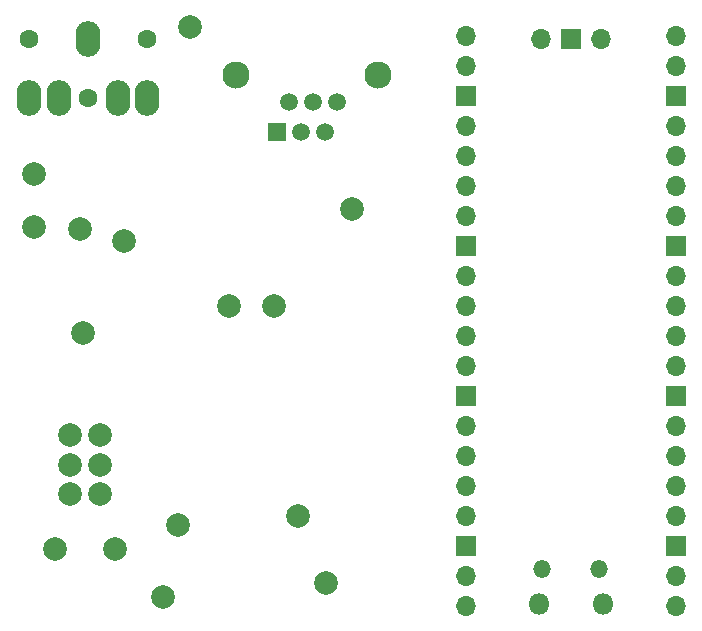
<source format=gbr>
%TF.GenerationSoftware,KiCad,Pcbnew,8.0.7+1*%
%TF.CreationDate,2025-02-06T19:29:56-05:00*%
%TF.ProjectId,jetKVM-audio-expansion,6a65744b-564d-42d6-9175-64696f2d6578,rev?*%
%TF.SameCoordinates,Original*%
%TF.FileFunction,Soldermask,Bot*%
%TF.FilePolarity,Negative*%
%FSLAX46Y46*%
G04 Gerber Fmt 4.6, Leading zero omitted, Abs format (unit mm)*
G04 Created by KiCad (PCBNEW 8.0.7+1) date 2025-02-06 19:29:56*
%MOMM*%
%LPD*%
G01*
G04 APERTURE LIST*
%ADD10O,1.800000X1.800000*%
%ADD11O,1.500000X1.500000*%
%ADD12O,1.700000X1.700000*%
%ADD13R,1.700000X1.700000*%
%ADD14C,2.000000*%
%ADD15C,1.600000*%
%ADD16O,2.114000X3.020000*%
%ADD17C,2.300000*%
%ADD18R,1.520000X1.520000*%
%ADD19C,1.520000*%
%ADD20C,2.004000*%
G04 APERTURE END LIST*
D10*
%TO.C,U3*%
X153855000Y-123060000D03*
D11*
X153555000Y-120030000D03*
X148705000Y-120030000D03*
D10*
X148405000Y-123060000D03*
D12*
X160020000Y-123190000D03*
X160020000Y-120650000D03*
D13*
X160020000Y-118110000D03*
D12*
X160020000Y-115570000D03*
X160020000Y-113030000D03*
X160020000Y-110490000D03*
X160020000Y-107950000D03*
D13*
X160020000Y-105410000D03*
D12*
X160020000Y-102870000D03*
X160020000Y-100330000D03*
X160020000Y-97790000D03*
X160020000Y-95250000D03*
D13*
X160020000Y-92710000D03*
D12*
X160020000Y-90170000D03*
X160020000Y-87630000D03*
X160020000Y-85090000D03*
X160020000Y-82550000D03*
D13*
X160020000Y-80010000D03*
D12*
X160020000Y-77470000D03*
X160020000Y-74930000D03*
X142240000Y-74930000D03*
X142240000Y-77470000D03*
D13*
X142240000Y-80010000D03*
D12*
X142240000Y-82550000D03*
X142240000Y-85090000D03*
X142240000Y-87630000D03*
X142240000Y-90170000D03*
D13*
X142240000Y-92710000D03*
D12*
X142240000Y-95250000D03*
X142240000Y-97790000D03*
X142240000Y-100330000D03*
X142240000Y-102870000D03*
D13*
X142240000Y-105410000D03*
D12*
X142240000Y-107950000D03*
X142240000Y-110490000D03*
X142240000Y-113030000D03*
X142240000Y-115570000D03*
D13*
X142240000Y-118110000D03*
D12*
X142240000Y-120650000D03*
X142240000Y-123190000D03*
X153670000Y-75160000D03*
D13*
X151130000Y-75160000D03*
D12*
X148590000Y-75160000D03*
%TD*%
D14*
%TO.C,TP6*%
X109575600Y-91236800D03*
%TD*%
D15*
%TO.C,J2*%
X115276000Y-75176000D03*
X105276000Y-75176000D03*
X110276000Y-80176000D03*
D16*
X110276000Y-75176000D03*
X105276000Y-80176000D03*
X115276000Y-80176000D03*
X107776000Y-80176000D03*
X112776000Y-80176000D03*
%TD*%
D14*
%TO.C,TP8*%
X118872000Y-74168000D03*
%TD*%
%TO.C,TP1*%
X116586000Y-122428000D03*
%TD*%
D17*
%TO.C,J1*%
X134778000Y-78232000D03*
X122778000Y-78232000D03*
D18*
X126228000Y-83072000D03*
D19*
X127248000Y-80532000D03*
X128268000Y-83072000D03*
X129288000Y-80532000D03*
X130308000Y-83072000D03*
X131328000Y-80532000D03*
%TD*%
D14*
%TO.C,TP16*%
X130429000Y-121285000D03*
%TD*%
%TO.C,TP2*%
X105664000Y-86614000D03*
%TD*%
D20*
%TO.C,R2*%
X108752000Y-108752000D03*
X108752000Y-111252000D03*
X108752000Y-113752000D03*
X111252000Y-108752000D03*
X111252000Y-111252000D03*
X111252000Y-113752000D03*
%TD*%
D14*
%TO.C,TP19*%
X113334800Y-92252800D03*
%TD*%
%TO.C,TP10*%
X107442000Y-118364000D03*
%TD*%
%TO.C,TP7*%
X105664000Y-91084400D03*
%TD*%
%TO.C,TP15*%
X126034800Y-97790000D03*
%TD*%
%TO.C,TP13*%
X117856000Y-116332000D03*
%TD*%
%TO.C,TP18*%
X109855000Y-100076000D03*
%TD*%
%TO.C,TP11*%
X112522000Y-118364000D03*
%TD*%
%TO.C,TP14*%
X132588000Y-89611200D03*
%TD*%
%TO.C,TP12*%
X122174000Y-97790000D03*
%TD*%
%TO.C,TP17*%
X128016000Y-115570000D03*
%TD*%
M02*

</source>
